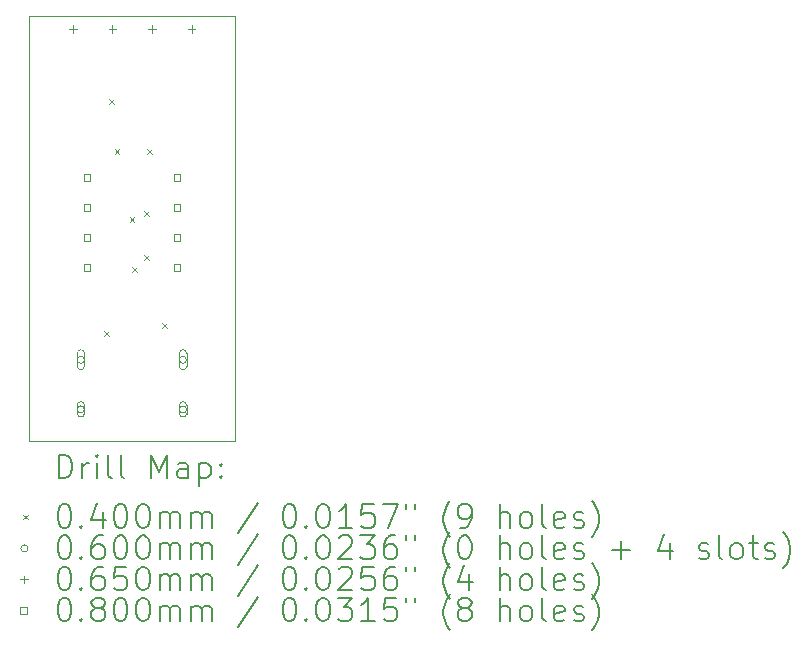
<source format=gbr>
%TF.GenerationSoftware,KiCad,Pcbnew,7.0.9*%
%TF.CreationDate,2024-01-13T12:42:45+01:00*%
%TF.ProjectId,attiny85_programmer,61747469-6e79-4383-955f-70726f677261,rev?*%
%TF.SameCoordinates,Original*%
%TF.FileFunction,Drillmap*%
%TF.FilePolarity,Positive*%
%FSLAX45Y45*%
G04 Gerber Fmt 4.5, Leading zero omitted, Abs format (unit mm)*
G04 Created by KiCad (PCBNEW 7.0.9) date 2024-01-13 12:42:45*
%MOMM*%
%LPD*%
G01*
G04 APERTURE LIST*
%ADD10C,0.100000*%
%ADD11C,0.200000*%
G04 APERTURE END LIST*
D10*
X12975000Y-6875000D02*
X14725000Y-6875000D01*
X14725000Y-10475000D01*
X12975000Y-10475000D01*
X12975000Y-6875000D01*
D11*
D10*
X13615266Y-9546054D02*
X13655266Y-9586054D01*
X13655266Y-9546054D02*
X13615266Y-9586054D01*
X13655000Y-7580000D02*
X13695000Y-7620000D01*
X13695000Y-7580000D02*
X13655000Y-7620000D01*
X13705000Y-8005000D02*
X13745000Y-8045000D01*
X13745000Y-8005000D02*
X13705000Y-8045000D01*
X13830000Y-8580000D02*
X13870000Y-8620000D01*
X13870000Y-8580000D02*
X13830000Y-8620000D01*
X13855000Y-9005000D02*
X13895000Y-9045000D01*
X13895000Y-9005000D02*
X13855000Y-9045000D01*
X13955000Y-8530000D02*
X13995000Y-8570000D01*
X13995000Y-8530000D02*
X13955000Y-8570000D01*
X13955000Y-8905000D02*
X13995000Y-8945000D01*
X13995000Y-8905000D02*
X13955000Y-8945000D01*
X13980000Y-8005000D02*
X14020000Y-8045000D01*
X14020000Y-8005000D02*
X13980000Y-8045000D01*
X14105000Y-9480000D02*
X14145000Y-9520000D01*
X14145000Y-9480000D02*
X14105000Y-9520000D01*
X13447500Y-9788500D02*
G75*
G03*
X13447500Y-9788500I-30000J0D01*
G01*
X13447500Y-9843500D02*
X13447500Y-9733500D01*
X13447500Y-9733500D02*
G75*
G03*
X13387500Y-9733500I-30000J0D01*
G01*
X13387500Y-9733500D02*
X13387500Y-9843500D01*
X13387500Y-9843500D02*
G75*
G03*
X13447500Y-9843500I30000J0D01*
G01*
X13447500Y-10208500D02*
G75*
G03*
X13447500Y-10208500I-30000J0D01*
G01*
X13447500Y-10243500D02*
X13447500Y-10173500D01*
X13447500Y-10173500D02*
G75*
G03*
X13387500Y-10173500I-30000J0D01*
G01*
X13387500Y-10173500D02*
X13387500Y-10243500D01*
X13387500Y-10243500D02*
G75*
G03*
X13447500Y-10243500I30000J0D01*
G01*
X14312500Y-9788500D02*
G75*
G03*
X14312500Y-9788500I-30000J0D01*
G01*
X14312500Y-9843500D02*
X14312500Y-9733500D01*
X14312500Y-9733500D02*
G75*
G03*
X14252500Y-9733500I-30000J0D01*
G01*
X14252500Y-9733500D02*
X14252500Y-9843500D01*
X14252500Y-9843500D02*
G75*
G03*
X14312500Y-9843500I30000J0D01*
G01*
X14312500Y-10208500D02*
G75*
G03*
X14312500Y-10208500I-30000J0D01*
G01*
X14312500Y-10243500D02*
X14312500Y-10173500D01*
X14312500Y-10173500D02*
G75*
G03*
X14252500Y-10173500I-30000J0D01*
G01*
X14252500Y-10173500D02*
X14252500Y-10243500D01*
X14252500Y-10243500D02*
G75*
G03*
X14312500Y-10243500I30000J0D01*
G01*
X13350734Y-6957744D02*
X13350734Y-7022744D01*
X13318234Y-6990244D02*
X13383234Y-6990244D01*
X13685734Y-6957744D02*
X13685734Y-7022744D01*
X13653234Y-6990244D02*
X13718234Y-6990244D01*
X14020734Y-6957744D02*
X14020734Y-7022744D01*
X13988234Y-6990244D02*
X14053234Y-6990244D01*
X14355734Y-6957744D02*
X14355734Y-7022744D01*
X14323234Y-6990244D02*
X14388234Y-6990244D01*
X13498284Y-8273284D02*
X13498284Y-8216715D01*
X13441715Y-8216715D01*
X13441715Y-8273284D01*
X13498284Y-8273284D01*
X13498284Y-8527285D02*
X13498284Y-8470716D01*
X13441715Y-8470716D01*
X13441715Y-8527285D01*
X13498284Y-8527285D01*
X13498284Y-8781285D02*
X13498284Y-8724716D01*
X13441715Y-8724716D01*
X13441715Y-8781285D01*
X13498284Y-8781285D01*
X13498284Y-9035285D02*
X13498284Y-8978716D01*
X13441715Y-8978716D01*
X13441715Y-9035285D01*
X13498284Y-9035285D01*
X14260284Y-8273284D02*
X14260284Y-8216715D01*
X14203715Y-8216715D01*
X14203715Y-8273284D01*
X14260284Y-8273284D01*
X14260284Y-8527285D02*
X14260284Y-8470716D01*
X14203715Y-8470716D01*
X14203715Y-8527285D01*
X14260284Y-8527285D01*
X14260284Y-8781285D02*
X14260284Y-8724716D01*
X14203715Y-8724716D01*
X14203715Y-8781285D01*
X14260284Y-8781285D01*
X14260284Y-9035285D02*
X14260284Y-8978716D01*
X14203715Y-8978716D01*
X14203715Y-9035285D01*
X14260284Y-9035285D01*
D11*
X13230777Y-10791484D02*
X13230777Y-10591484D01*
X13230777Y-10591484D02*
X13278396Y-10591484D01*
X13278396Y-10591484D02*
X13306967Y-10601008D01*
X13306967Y-10601008D02*
X13326015Y-10620055D01*
X13326015Y-10620055D02*
X13335539Y-10639103D01*
X13335539Y-10639103D02*
X13345062Y-10677198D01*
X13345062Y-10677198D02*
X13345062Y-10705770D01*
X13345062Y-10705770D02*
X13335539Y-10743865D01*
X13335539Y-10743865D02*
X13326015Y-10762912D01*
X13326015Y-10762912D02*
X13306967Y-10781960D01*
X13306967Y-10781960D02*
X13278396Y-10791484D01*
X13278396Y-10791484D02*
X13230777Y-10791484D01*
X13430777Y-10791484D02*
X13430777Y-10658150D01*
X13430777Y-10696246D02*
X13440301Y-10677198D01*
X13440301Y-10677198D02*
X13449824Y-10667674D01*
X13449824Y-10667674D02*
X13468872Y-10658150D01*
X13468872Y-10658150D02*
X13487920Y-10658150D01*
X13554586Y-10791484D02*
X13554586Y-10658150D01*
X13554586Y-10591484D02*
X13545062Y-10601008D01*
X13545062Y-10601008D02*
X13554586Y-10610531D01*
X13554586Y-10610531D02*
X13564110Y-10601008D01*
X13564110Y-10601008D02*
X13554586Y-10591484D01*
X13554586Y-10591484D02*
X13554586Y-10610531D01*
X13678396Y-10791484D02*
X13659348Y-10781960D01*
X13659348Y-10781960D02*
X13649824Y-10762912D01*
X13649824Y-10762912D02*
X13649824Y-10591484D01*
X13783158Y-10791484D02*
X13764110Y-10781960D01*
X13764110Y-10781960D02*
X13754586Y-10762912D01*
X13754586Y-10762912D02*
X13754586Y-10591484D01*
X14011729Y-10791484D02*
X14011729Y-10591484D01*
X14011729Y-10591484D02*
X14078396Y-10734341D01*
X14078396Y-10734341D02*
X14145062Y-10591484D01*
X14145062Y-10591484D02*
X14145062Y-10791484D01*
X14326015Y-10791484D02*
X14326015Y-10686722D01*
X14326015Y-10686722D02*
X14316491Y-10667674D01*
X14316491Y-10667674D02*
X14297443Y-10658150D01*
X14297443Y-10658150D02*
X14259348Y-10658150D01*
X14259348Y-10658150D02*
X14240301Y-10667674D01*
X14326015Y-10781960D02*
X14306967Y-10791484D01*
X14306967Y-10791484D02*
X14259348Y-10791484D01*
X14259348Y-10791484D02*
X14240301Y-10781960D01*
X14240301Y-10781960D02*
X14230777Y-10762912D01*
X14230777Y-10762912D02*
X14230777Y-10743865D01*
X14230777Y-10743865D02*
X14240301Y-10724817D01*
X14240301Y-10724817D02*
X14259348Y-10715293D01*
X14259348Y-10715293D02*
X14306967Y-10715293D01*
X14306967Y-10715293D02*
X14326015Y-10705770D01*
X14421253Y-10658150D02*
X14421253Y-10858150D01*
X14421253Y-10667674D02*
X14440301Y-10658150D01*
X14440301Y-10658150D02*
X14478396Y-10658150D01*
X14478396Y-10658150D02*
X14497443Y-10667674D01*
X14497443Y-10667674D02*
X14506967Y-10677198D01*
X14506967Y-10677198D02*
X14516491Y-10696246D01*
X14516491Y-10696246D02*
X14516491Y-10753389D01*
X14516491Y-10753389D02*
X14506967Y-10772436D01*
X14506967Y-10772436D02*
X14497443Y-10781960D01*
X14497443Y-10781960D02*
X14478396Y-10791484D01*
X14478396Y-10791484D02*
X14440301Y-10791484D01*
X14440301Y-10791484D02*
X14421253Y-10781960D01*
X14602205Y-10772436D02*
X14611729Y-10781960D01*
X14611729Y-10781960D02*
X14602205Y-10791484D01*
X14602205Y-10791484D02*
X14592682Y-10781960D01*
X14592682Y-10781960D02*
X14602205Y-10772436D01*
X14602205Y-10772436D02*
X14602205Y-10791484D01*
X14602205Y-10667674D02*
X14611729Y-10677198D01*
X14611729Y-10677198D02*
X14602205Y-10686722D01*
X14602205Y-10686722D02*
X14592682Y-10677198D01*
X14592682Y-10677198D02*
X14602205Y-10667674D01*
X14602205Y-10667674D02*
X14602205Y-10686722D01*
D10*
X12930000Y-11100000D02*
X12970000Y-11140000D01*
X12970000Y-11100000D02*
X12930000Y-11140000D01*
D11*
X13268872Y-11011484D02*
X13287920Y-11011484D01*
X13287920Y-11011484D02*
X13306967Y-11021008D01*
X13306967Y-11021008D02*
X13316491Y-11030531D01*
X13316491Y-11030531D02*
X13326015Y-11049579D01*
X13326015Y-11049579D02*
X13335539Y-11087674D01*
X13335539Y-11087674D02*
X13335539Y-11135293D01*
X13335539Y-11135293D02*
X13326015Y-11173389D01*
X13326015Y-11173389D02*
X13316491Y-11192436D01*
X13316491Y-11192436D02*
X13306967Y-11201960D01*
X13306967Y-11201960D02*
X13287920Y-11211484D01*
X13287920Y-11211484D02*
X13268872Y-11211484D01*
X13268872Y-11211484D02*
X13249824Y-11201960D01*
X13249824Y-11201960D02*
X13240301Y-11192436D01*
X13240301Y-11192436D02*
X13230777Y-11173389D01*
X13230777Y-11173389D02*
X13221253Y-11135293D01*
X13221253Y-11135293D02*
X13221253Y-11087674D01*
X13221253Y-11087674D02*
X13230777Y-11049579D01*
X13230777Y-11049579D02*
X13240301Y-11030531D01*
X13240301Y-11030531D02*
X13249824Y-11021008D01*
X13249824Y-11021008D02*
X13268872Y-11011484D01*
X13421253Y-11192436D02*
X13430777Y-11201960D01*
X13430777Y-11201960D02*
X13421253Y-11211484D01*
X13421253Y-11211484D02*
X13411729Y-11201960D01*
X13411729Y-11201960D02*
X13421253Y-11192436D01*
X13421253Y-11192436D02*
X13421253Y-11211484D01*
X13602205Y-11078150D02*
X13602205Y-11211484D01*
X13554586Y-11001960D02*
X13506967Y-11144817D01*
X13506967Y-11144817D02*
X13630777Y-11144817D01*
X13745062Y-11011484D02*
X13764110Y-11011484D01*
X13764110Y-11011484D02*
X13783158Y-11021008D01*
X13783158Y-11021008D02*
X13792682Y-11030531D01*
X13792682Y-11030531D02*
X13802205Y-11049579D01*
X13802205Y-11049579D02*
X13811729Y-11087674D01*
X13811729Y-11087674D02*
X13811729Y-11135293D01*
X13811729Y-11135293D02*
X13802205Y-11173389D01*
X13802205Y-11173389D02*
X13792682Y-11192436D01*
X13792682Y-11192436D02*
X13783158Y-11201960D01*
X13783158Y-11201960D02*
X13764110Y-11211484D01*
X13764110Y-11211484D02*
X13745062Y-11211484D01*
X13745062Y-11211484D02*
X13726015Y-11201960D01*
X13726015Y-11201960D02*
X13716491Y-11192436D01*
X13716491Y-11192436D02*
X13706967Y-11173389D01*
X13706967Y-11173389D02*
X13697443Y-11135293D01*
X13697443Y-11135293D02*
X13697443Y-11087674D01*
X13697443Y-11087674D02*
X13706967Y-11049579D01*
X13706967Y-11049579D02*
X13716491Y-11030531D01*
X13716491Y-11030531D02*
X13726015Y-11021008D01*
X13726015Y-11021008D02*
X13745062Y-11011484D01*
X13935539Y-11011484D02*
X13954586Y-11011484D01*
X13954586Y-11011484D02*
X13973634Y-11021008D01*
X13973634Y-11021008D02*
X13983158Y-11030531D01*
X13983158Y-11030531D02*
X13992682Y-11049579D01*
X13992682Y-11049579D02*
X14002205Y-11087674D01*
X14002205Y-11087674D02*
X14002205Y-11135293D01*
X14002205Y-11135293D02*
X13992682Y-11173389D01*
X13992682Y-11173389D02*
X13983158Y-11192436D01*
X13983158Y-11192436D02*
X13973634Y-11201960D01*
X13973634Y-11201960D02*
X13954586Y-11211484D01*
X13954586Y-11211484D02*
X13935539Y-11211484D01*
X13935539Y-11211484D02*
X13916491Y-11201960D01*
X13916491Y-11201960D02*
X13906967Y-11192436D01*
X13906967Y-11192436D02*
X13897443Y-11173389D01*
X13897443Y-11173389D02*
X13887920Y-11135293D01*
X13887920Y-11135293D02*
X13887920Y-11087674D01*
X13887920Y-11087674D02*
X13897443Y-11049579D01*
X13897443Y-11049579D02*
X13906967Y-11030531D01*
X13906967Y-11030531D02*
X13916491Y-11021008D01*
X13916491Y-11021008D02*
X13935539Y-11011484D01*
X14087920Y-11211484D02*
X14087920Y-11078150D01*
X14087920Y-11097198D02*
X14097443Y-11087674D01*
X14097443Y-11087674D02*
X14116491Y-11078150D01*
X14116491Y-11078150D02*
X14145063Y-11078150D01*
X14145063Y-11078150D02*
X14164110Y-11087674D01*
X14164110Y-11087674D02*
X14173634Y-11106722D01*
X14173634Y-11106722D02*
X14173634Y-11211484D01*
X14173634Y-11106722D02*
X14183158Y-11087674D01*
X14183158Y-11087674D02*
X14202205Y-11078150D01*
X14202205Y-11078150D02*
X14230777Y-11078150D01*
X14230777Y-11078150D02*
X14249824Y-11087674D01*
X14249824Y-11087674D02*
X14259348Y-11106722D01*
X14259348Y-11106722D02*
X14259348Y-11211484D01*
X14354586Y-11211484D02*
X14354586Y-11078150D01*
X14354586Y-11097198D02*
X14364110Y-11087674D01*
X14364110Y-11087674D02*
X14383158Y-11078150D01*
X14383158Y-11078150D02*
X14411729Y-11078150D01*
X14411729Y-11078150D02*
X14430777Y-11087674D01*
X14430777Y-11087674D02*
X14440301Y-11106722D01*
X14440301Y-11106722D02*
X14440301Y-11211484D01*
X14440301Y-11106722D02*
X14449824Y-11087674D01*
X14449824Y-11087674D02*
X14468872Y-11078150D01*
X14468872Y-11078150D02*
X14497443Y-11078150D01*
X14497443Y-11078150D02*
X14516491Y-11087674D01*
X14516491Y-11087674D02*
X14526015Y-11106722D01*
X14526015Y-11106722D02*
X14526015Y-11211484D01*
X14916491Y-11001960D02*
X14745063Y-11259103D01*
X15173634Y-11011484D02*
X15192682Y-11011484D01*
X15192682Y-11011484D02*
X15211729Y-11021008D01*
X15211729Y-11021008D02*
X15221253Y-11030531D01*
X15221253Y-11030531D02*
X15230777Y-11049579D01*
X15230777Y-11049579D02*
X15240301Y-11087674D01*
X15240301Y-11087674D02*
X15240301Y-11135293D01*
X15240301Y-11135293D02*
X15230777Y-11173389D01*
X15230777Y-11173389D02*
X15221253Y-11192436D01*
X15221253Y-11192436D02*
X15211729Y-11201960D01*
X15211729Y-11201960D02*
X15192682Y-11211484D01*
X15192682Y-11211484D02*
X15173634Y-11211484D01*
X15173634Y-11211484D02*
X15154586Y-11201960D01*
X15154586Y-11201960D02*
X15145063Y-11192436D01*
X15145063Y-11192436D02*
X15135539Y-11173389D01*
X15135539Y-11173389D02*
X15126015Y-11135293D01*
X15126015Y-11135293D02*
X15126015Y-11087674D01*
X15126015Y-11087674D02*
X15135539Y-11049579D01*
X15135539Y-11049579D02*
X15145063Y-11030531D01*
X15145063Y-11030531D02*
X15154586Y-11021008D01*
X15154586Y-11021008D02*
X15173634Y-11011484D01*
X15326015Y-11192436D02*
X15335539Y-11201960D01*
X15335539Y-11201960D02*
X15326015Y-11211484D01*
X15326015Y-11211484D02*
X15316491Y-11201960D01*
X15316491Y-11201960D02*
X15326015Y-11192436D01*
X15326015Y-11192436D02*
X15326015Y-11211484D01*
X15459348Y-11011484D02*
X15478396Y-11011484D01*
X15478396Y-11011484D02*
X15497444Y-11021008D01*
X15497444Y-11021008D02*
X15506967Y-11030531D01*
X15506967Y-11030531D02*
X15516491Y-11049579D01*
X15516491Y-11049579D02*
X15526015Y-11087674D01*
X15526015Y-11087674D02*
X15526015Y-11135293D01*
X15526015Y-11135293D02*
X15516491Y-11173389D01*
X15516491Y-11173389D02*
X15506967Y-11192436D01*
X15506967Y-11192436D02*
X15497444Y-11201960D01*
X15497444Y-11201960D02*
X15478396Y-11211484D01*
X15478396Y-11211484D02*
X15459348Y-11211484D01*
X15459348Y-11211484D02*
X15440301Y-11201960D01*
X15440301Y-11201960D02*
X15430777Y-11192436D01*
X15430777Y-11192436D02*
X15421253Y-11173389D01*
X15421253Y-11173389D02*
X15411729Y-11135293D01*
X15411729Y-11135293D02*
X15411729Y-11087674D01*
X15411729Y-11087674D02*
X15421253Y-11049579D01*
X15421253Y-11049579D02*
X15430777Y-11030531D01*
X15430777Y-11030531D02*
X15440301Y-11021008D01*
X15440301Y-11021008D02*
X15459348Y-11011484D01*
X15716491Y-11211484D02*
X15602206Y-11211484D01*
X15659348Y-11211484D02*
X15659348Y-11011484D01*
X15659348Y-11011484D02*
X15640301Y-11040055D01*
X15640301Y-11040055D02*
X15621253Y-11059103D01*
X15621253Y-11059103D02*
X15602206Y-11068627D01*
X15897444Y-11011484D02*
X15802206Y-11011484D01*
X15802206Y-11011484D02*
X15792682Y-11106722D01*
X15792682Y-11106722D02*
X15802206Y-11097198D01*
X15802206Y-11097198D02*
X15821253Y-11087674D01*
X15821253Y-11087674D02*
X15868872Y-11087674D01*
X15868872Y-11087674D02*
X15887920Y-11097198D01*
X15887920Y-11097198D02*
X15897444Y-11106722D01*
X15897444Y-11106722D02*
X15906967Y-11125770D01*
X15906967Y-11125770D02*
X15906967Y-11173389D01*
X15906967Y-11173389D02*
X15897444Y-11192436D01*
X15897444Y-11192436D02*
X15887920Y-11201960D01*
X15887920Y-11201960D02*
X15868872Y-11211484D01*
X15868872Y-11211484D02*
X15821253Y-11211484D01*
X15821253Y-11211484D02*
X15802206Y-11201960D01*
X15802206Y-11201960D02*
X15792682Y-11192436D01*
X15973634Y-11011484D02*
X16106967Y-11011484D01*
X16106967Y-11011484D02*
X16021253Y-11211484D01*
X16173634Y-11011484D02*
X16173634Y-11049579D01*
X16249825Y-11011484D02*
X16249825Y-11049579D01*
X16545063Y-11287674D02*
X16535539Y-11278150D01*
X16535539Y-11278150D02*
X16516491Y-11249579D01*
X16516491Y-11249579D02*
X16506968Y-11230531D01*
X16506968Y-11230531D02*
X16497444Y-11201960D01*
X16497444Y-11201960D02*
X16487920Y-11154341D01*
X16487920Y-11154341D02*
X16487920Y-11116246D01*
X16487920Y-11116246D02*
X16497444Y-11068627D01*
X16497444Y-11068627D02*
X16506968Y-11040055D01*
X16506968Y-11040055D02*
X16516491Y-11021008D01*
X16516491Y-11021008D02*
X16535539Y-10992436D01*
X16535539Y-10992436D02*
X16545063Y-10982912D01*
X16630777Y-11211484D02*
X16668872Y-11211484D01*
X16668872Y-11211484D02*
X16687920Y-11201960D01*
X16687920Y-11201960D02*
X16697444Y-11192436D01*
X16697444Y-11192436D02*
X16716491Y-11163865D01*
X16716491Y-11163865D02*
X16726015Y-11125770D01*
X16726015Y-11125770D02*
X16726015Y-11049579D01*
X16726015Y-11049579D02*
X16716491Y-11030531D01*
X16716491Y-11030531D02*
X16706968Y-11021008D01*
X16706968Y-11021008D02*
X16687920Y-11011484D01*
X16687920Y-11011484D02*
X16649825Y-11011484D01*
X16649825Y-11011484D02*
X16630777Y-11021008D01*
X16630777Y-11021008D02*
X16621253Y-11030531D01*
X16621253Y-11030531D02*
X16611729Y-11049579D01*
X16611729Y-11049579D02*
X16611729Y-11097198D01*
X16611729Y-11097198D02*
X16621253Y-11116246D01*
X16621253Y-11116246D02*
X16630777Y-11125770D01*
X16630777Y-11125770D02*
X16649825Y-11135293D01*
X16649825Y-11135293D02*
X16687920Y-11135293D01*
X16687920Y-11135293D02*
X16706968Y-11125770D01*
X16706968Y-11125770D02*
X16716491Y-11116246D01*
X16716491Y-11116246D02*
X16726015Y-11097198D01*
X16964111Y-11211484D02*
X16964111Y-11011484D01*
X17049825Y-11211484D02*
X17049825Y-11106722D01*
X17049825Y-11106722D02*
X17040301Y-11087674D01*
X17040301Y-11087674D02*
X17021253Y-11078150D01*
X17021253Y-11078150D02*
X16992682Y-11078150D01*
X16992682Y-11078150D02*
X16973634Y-11087674D01*
X16973634Y-11087674D02*
X16964111Y-11097198D01*
X17173634Y-11211484D02*
X17154587Y-11201960D01*
X17154587Y-11201960D02*
X17145063Y-11192436D01*
X17145063Y-11192436D02*
X17135539Y-11173389D01*
X17135539Y-11173389D02*
X17135539Y-11116246D01*
X17135539Y-11116246D02*
X17145063Y-11097198D01*
X17145063Y-11097198D02*
X17154587Y-11087674D01*
X17154587Y-11087674D02*
X17173634Y-11078150D01*
X17173634Y-11078150D02*
X17202206Y-11078150D01*
X17202206Y-11078150D02*
X17221253Y-11087674D01*
X17221253Y-11087674D02*
X17230777Y-11097198D01*
X17230777Y-11097198D02*
X17240301Y-11116246D01*
X17240301Y-11116246D02*
X17240301Y-11173389D01*
X17240301Y-11173389D02*
X17230777Y-11192436D01*
X17230777Y-11192436D02*
X17221253Y-11201960D01*
X17221253Y-11201960D02*
X17202206Y-11211484D01*
X17202206Y-11211484D02*
X17173634Y-11211484D01*
X17354587Y-11211484D02*
X17335539Y-11201960D01*
X17335539Y-11201960D02*
X17326015Y-11182912D01*
X17326015Y-11182912D02*
X17326015Y-11011484D01*
X17506968Y-11201960D02*
X17487920Y-11211484D01*
X17487920Y-11211484D02*
X17449825Y-11211484D01*
X17449825Y-11211484D02*
X17430777Y-11201960D01*
X17430777Y-11201960D02*
X17421253Y-11182912D01*
X17421253Y-11182912D02*
X17421253Y-11106722D01*
X17421253Y-11106722D02*
X17430777Y-11087674D01*
X17430777Y-11087674D02*
X17449825Y-11078150D01*
X17449825Y-11078150D02*
X17487920Y-11078150D01*
X17487920Y-11078150D02*
X17506968Y-11087674D01*
X17506968Y-11087674D02*
X17516492Y-11106722D01*
X17516492Y-11106722D02*
X17516492Y-11125770D01*
X17516492Y-11125770D02*
X17421253Y-11144817D01*
X17592682Y-11201960D02*
X17611730Y-11211484D01*
X17611730Y-11211484D02*
X17649825Y-11211484D01*
X17649825Y-11211484D02*
X17668873Y-11201960D01*
X17668873Y-11201960D02*
X17678396Y-11182912D01*
X17678396Y-11182912D02*
X17678396Y-11173389D01*
X17678396Y-11173389D02*
X17668873Y-11154341D01*
X17668873Y-11154341D02*
X17649825Y-11144817D01*
X17649825Y-11144817D02*
X17621253Y-11144817D01*
X17621253Y-11144817D02*
X17602206Y-11135293D01*
X17602206Y-11135293D02*
X17592682Y-11116246D01*
X17592682Y-11116246D02*
X17592682Y-11106722D01*
X17592682Y-11106722D02*
X17602206Y-11087674D01*
X17602206Y-11087674D02*
X17621253Y-11078150D01*
X17621253Y-11078150D02*
X17649825Y-11078150D01*
X17649825Y-11078150D02*
X17668873Y-11087674D01*
X17745063Y-11287674D02*
X17754587Y-11278150D01*
X17754587Y-11278150D02*
X17773634Y-11249579D01*
X17773634Y-11249579D02*
X17783158Y-11230531D01*
X17783158Y-11230531D02*
X17792682Y-11201960D01*
X17792682Y-11201960D02*
X17802206Y-11154341D01*
X17802206Y-11154341D02*
X17802206Y-11116246D01*
X17802206Y-11116246D02*
X17792682Y-11068627D01*
X17792682Y-11068627D02*
X17783158Y-11040055D01*
X17783158Y-11040055D02*
X17773634Y-11021008D01*
X17773634Y-11021008D02*
X17754587Y-10992436D01*
X17754587Y-10992436D02*
X17745063Y-10982912D01*
D10*
X12970000Y-11384000D02*
G75*
G03*
X12970000Y-11384000I-30000J0D01*
G01*
D11*
X13268872Y-11275484D02*
X13287920Y-11275484D01*
X13287920Y-11275484D02*
X13306967Y-11285008D01*
X13306967Y-11285008D02*
X13316491Y-11294531D01*
X13316491Y-11294531D02*
X13326015Y-11313579D01*
X13326015Y-11313579D02*
X13335539Y-11351674D01*
X13335539Y-11351674D02*
X13335539Y-11399293D01*
X13335539Y-11399293D02*
X13326015Y-11437388D01*
X13326015Y-11437388D02*
X13316491Y-11456436D01*
X13316491Y-11456436D02*
X13306967Y-11465960D01*
X13306967Y-11465960D02*
X13287920Y-11475484D01*
X13287920Y-11475484D02*
X13268872Y-11475484D01*
X13268872Y-11475484D02*
X13249824Y-11465960D01*
X13249824Y-11465960D02*
X13240301Y-11456436D01*
X13240301Y-11456436D02*
X13230777Y-11437388D01*
X13230777Y-11437388D02*
X13221253Y-11399293D01*
X13221253Y-11399293D02*
X13221253Y-11351674D01*
X13221253Y-11351674D02*
X13230777Y-11313579D01*
X13230777Y-11313579D02*
X13240301Y-11294531D01*
X13240301Y-11294531D02*
X13249824Y-11285008D01*
X13249824Y-11285008D02*
X13268872Y-11275484D01*
X13421253Y-11456436D02*
X13430777Y-11465960D01*
X13430777Y-11465960D02*
X13421253Y-11475484D01*
X13421253Y-11475484D02*
X13411729Y-11465960D01*
X13411729Y-11465960D02*
X13421253Y-11456436D01*
X13421253Y-11456436D02*
X13421253Y-11475484D01*
X13602205Y-11275484D02*
X13564110Y-11275484D01*
X13564110Y-11275484D02*
X13545062Y-11285008D01*
X13545062Y-11285008D02*
X13535539Y-11294531D01*
X13535539Y-11294531D02*
X13516491Y-11323103D01*
X13516491Y-11323103D02*
X13506967Y-11361198D01*
X13506967Y-11361198D02*
X13506967Y-11437388D01*
X13506967Y-11437388D02*
X13516491Y-11456436D01*
X13516491Y-11456436D02*
X13526015Y-11465960D01*
X13526015Y-11465960D02*
X13545062Y-11475484D01*
X13545062Y-11475484D02*
X13583158Y-11475484D01*
X13583158Y-11475484D02*
X13602205Y-11465960D01*
X13602205Y-11465960D02*
X13611729Y-11456436D01*
X13611729Y-11456436D02*
X13621253Y-11437388D01*
X13621253Y-11437388D02*
X13621253Y-11389769D01*
X13621253Y-11389769D02*
X13611729Y-11370722D01*
X13611729Y-11370722D02*
X13602205Y-11361198D01*
X13602205Y-11361198D02*
X13583158Y-11351674D01*
X13583158Y-11351674D02*
X13545062Y-11351674D01*
X13545062Y-11351674D02*
X13526015Y-11361198D01*
X13526015Y-11361198D02*
X13516491Y-11370722D01*
X13516491Y-11370722D02*
X13506967Y-11389769D01*
X13745062Y-11275484D02*
X13764110Y-11275484D01*
X13764110Y-11275484D02*
X13783158Y-11285008D01*
X13783158Y-11285008D02*
X13792682Y-11294531D01*
X13792682Y-11294531D02*
X13802205Y-11313579D01*
X13802205Y-11313579D02*
X13811729Y-11351674D01*
X13811729Y-11351674D02*
X13811729Y-11399293D01*
X13811729Y-11399293D02*
X13802205Y-11437388D01*
X13802205Y-11437388D02*
X13792682Y-11456436D01*
X13792682Y-11456436D02*
X13783158Y-11465960D01*
X13783158Y-11465960D02*
X13764110Y-11475484D01*
X13764110Y-11475484D02*
X13745062Y-11475484D01*
X13745062Y-11475484D02*
X13726015Y-11465960D01*
X13726015Y-11465960D02*
X13716491Y-11456436D01*
X13716491Y-11456436D02*
X13706967Y-11437388D01*
X13706967Y-11437388D02*
X13697443Y-11399293D01*
X13697443Y-11399293D02*
X13697443Y-11351674D01*
X13697443Y-11351674D02*
X13706967Y-11313579D01*
X13706967Y-11313579D02*
X13716491Y-11294531D01*
X13716491Y-11294531D02*
X13726015Y-11285008D01*
X13726015Y-11285008D02*
X13745062Y-11275484D01*
X13935539Y-11275484D02*
X13954586Y-11275484D01*
X13954586Y-11275484D02*
X13973634Y-11285008D01*
X13973634Y-11285008D02*
X13983158Y-11294531D01*
X13983158Y-11294531D02*
X13992682Y-11313579D01*
X13992682Y-11313579D02*
X14002205Y-11351674D01*
X14002205Y-11351674D02*
X14002205Y-11399293D01*
X14002205Y-11399293D02*
X13992682Y-11437388D01*
X13992682Y-11437388D02*
X13983158Y-11456436D01*
X13983158Y-11456436D02*
X13973634Y-11465960D01*
X13973634Y-11465960D02*
X13954586Y-11475484D01*
X13954586Y-11475484D02*
X13935539Y-11475484D01*
X13935539Y-11475484D02*
X13916491Y-11465960D01*
X13916491Y-11465960D02*
X13906967Y-11456436D01*
X13906967Y-11456436D02*
X13897443Y-11437388D01*
X13897443Y-11437388D02*
X13887920Y-11399293D01*
X13887920Y-11399293D02*
X13887920Y-11351674D01*
X13887920Y-11351674D02*
X13897443Y-11313579D01*
X13897443Y-11313579D02*
X13906967Y-11294531D01*
X13906967Y-11294531D02*
X13916491Y-11285008D01*
X13916491Y-11285008D02*
X13935539Y-11275484D01*
X14087920Y-11475484D02*
X14087920Y-11342150D01*
X14087920Y-11361198D02*
X14097443Y-11351674D01*
X14097443Y-11351674D02*
X14116491Y-11342150D01*
X14116491Y-11342150D02*
X14145063Y-11342150D01*
X14145063Y-11342150D02*
X14164110Y-11351674D01*
X14164110Y-11351674D02*
X14173634Y-11370722D01*
X14173634Y-11370722D02*
X14173634Y-11475484D01*
X14173634Y-11370722D02*
X14183158Y-11351674D01*
X14183158Y-11351674D02*
X14202205Y-11342150D01*
X14202205Y-11342150D02*
X14230777Y-11342150D01*
X14230777Y-11342150D02*
X14249824Y-11351674D01*
X14249824Y-11351674D02*
X14259348Y-11370722D01*
X14259348Y-11370722D02*
X14259348Y-11475484D01*
X14354586Y-11475484D02*
X14354586Y-11342150D01*
X14354586Y-11361198D02*
X14364110Y-11351674D01*
X14364110Y-11351674D02*
X14383158Y-11342150D01*
X14383158Y-11342150D02*
X14411729Y-11342150D01*
X14411729Y-11342150D02*
X14430777Y-11351674D01*
X14430777Y-11351674D02*
X14440301Y-11370722D01*
X14440301Y-11370722D02*
X14440301Y-11475484D01*
X14440301Y-11370722D02*
X14449824Y-11351674D01*
X14449824Y-11351674D02*
X14468872Y-11342150D01*
X14468872Y-11342150D02*
X14497443Y-11342150D01*
X14497443Y-11342150D02*
X14516491Y-11351674D01*
X14516491Y-11351674D02*
X14526015Y-11370722D01*
X14526015Y-11370722D02*
X14526015Y-11475484D01*
X14916491Y-11265960D02*
X14745063Y-11523103D01*
X15173634Y-11275484D02*
X15192682Y-11275484D01*
X15192682Y-11275484D02*
X15211729Y-11285008D01*
X15211729Y-11285008D02*
X15221253Y-11294531D01*
X15221253Y-11294531D02*
X15230777Y-11313579D01*
X15230777Y-11313579D02*
X15240301Y-11351674D01*
X15240301Y-11351674D02*
X15240301Y-11399293D01*
X15240301Y-11399293D02*
X15230777Y-11437388D01*
X15230777Y-11437388D02*
X15221253Y-11456436D01*
X15221253Y-11456436D02*
X15211729Y-11465960D01*
X15211729Y-11465960D02*
X15192682Y-11475484D01*
X15192682Y-11475484D02*
X15173634Y-11475484D01*
X15173634Y-11475484D02*
X15154586Y-11465960D01*
X15154586Y-11465960D02*
X15145063Y-11456436D01*
X15145063Y-11456436D02*
X15135539Y-11437388D01*
X15135539Y-11437388D02*
X15126015Y-11399293D01*
X15126015Y-11399293D02*
X15126015Y-11351674D01*
X15126015Y-11351674D02*
X15135539Y-11313579D01*
X15135539Y-11313579D02*
X15145063Y-11294531D01*
X15145063Y-11294531D02*
X15154586Y-11285008D01*
X15154586Y-11285008D02*
X15173634Y-11275484D01*
X15326015Y-11456436D02*
X15335539Y-11465960D01*
X15335539Y-11465960D02*
X15326015Y-11475484D01*
X15326015Y-11475484D02*
X15316491Y-11465960D01*
X15316491Y-11465960D02*
X15326015Y-11456436D01*
X15326015Y-11456436D02*
X15326015Y-11475484D01*
X15459348Y-11275484D02*
X15478396Y-11275484D01*
X15478396Y-11275484D02*
X15497444Y-11285008D01*
X15497444Y-11285008D02*
X15506967Y-11294531D01*
X15506967Y-11294531D02*
X15516491Y-11313579D01*
X15516491Y-11313579D02*
X15526015Y-11351674D01*
X15526015Y-11351674D02*
X15526015Y-11399293D01*
X15526015Y-11399293D02*
X15516491Y-11437388D01*
X15516491Y-11437388D02*
X15506967Y-11456436D01*
X15506967Y-11456436D02*
X15497444Y-11465960D01*
X15497444Y-11465960D02*
X15478396Y-11475484D01*
X15478396Y-11475484D02*
X15459348Y-11475484D01*
X15459348Y-11475484D02*
X15440301Y-11465960D01*
X15440301Y-11465960D02*
X15430777Y-11456436D01*
X15430777Y-11456436D02*
X15421253Y-11437388D01*
X15421253Y-11437388D02*
X15411729Y-11399293D01*
X15411729Y-11399293D02*
X15411729Y-11351674D01*
X15411729Y-11351674D02*
X15421253Y-11313579D01*
X15421253Y-11313579D02*
X15430777Y-11294531D01*
X15430777Y-11294531D02*
X15440301Y-11285008D01*
X15440301Y-11285008D02*
X15459348Y-11275484D01*
X15602206Y-11294531D02*
X15611729Y-11285008D01*
X15611729Y-11285008D02*
X15630777Y-11275484D01*
X15630777Y-11275484D02*
X15678396Y-11275484D01*
X15678396Y-11275484D02*
X15697444Y-11285008D01*
X15697444Y-11285008D02*
X15706967Y-11294531D01*
X15706967Y-11294531D02*
X15716491Y-11313579D01*
X15716491Y-11313579D02*
X15716491Y-11332627D01*
X15716491Y-11332627D02*
X15706967Y-11361198D01*
X15706967Y-11361198D02*
X15592682Y-11475484D01*
X15592682Y-11475484D02*
X15716491Y-11475484D01*
X15783158Y-11275484D02*
X15906967Y-11275484D01*
X15906967Y-11275484D02*
X15840301Y-11351674D01*
X15840301Y-11351674D02*
X15868872Y-11351674D01*
X15868872Y-11351674D02*
X15887920Y-11361198D01*
X15887920Y-11361198D02*
X15897444Y-11370722D01*
X15897444Y-11370722D02*
X15906967Y-11389769D01*
X15906967Y-11389769D02*
X15906967Y-11437388D01*
X15906967Y-11437388D02*
X15897444Y-11456436D01*
X15897444Y-11456436D02*
X15887920Y-11465960D01*
X15887920Y-11465960D02*
X15868872Y-11475484D01*
X15868872Y-11475484D02*
X15811729Y-11475484D01*
X15811729Y-11475484D02*
X15792682Y-11465960D01*
X15792682Y-11465960D02*
X15783158Y-11456436D01*
X16078396Y-11275484D02*
X16040301Y-11275484D01*
X16040301Y-11275484D02*
X16021253Y-11285008D01*
X16021253Y-11285008D02*
X16011729Y-11294531D01*
X16011729Y-11294531D02*
X15992682Y-11323103D01*
X15992682Y-11323103D02*
X15983158Y-11361198D01*
X15983158Y-11361198D02*
X15983158Y-11437388D01*
X15983158Y-11437388D02*
X15992682Y-11456436D01*
X15992682Y-11456436D02*
X16002206Y-11465960D01*
X16002206Y-11465960D02*
X16021253Y-11475484D01*
X16021253Y-11475484D02*
X16059348Y-11475484D01*
X16059348Y-11475484D02*
X16078396Y-11465960D01*
X16078396Y-11465960D02*
X16087920Y-11456436D01*
X16087920Y-11456436D02*
X16097444Y-11437388D01*
X16097444Y-11437388D02*
X16097444Y-11389769D01*
X16097444Y-11389769D02*
X16087920Y-11370722D01*
X16087920Y-11370722D02*
X16078396Y-11361198D01*
X16078396Y-11361198D02*
X16059348Y-11351674D01*
X16059348Y-11351674D02*
X16021253Y-11351674D01*
X16021253Y-11351674D02*
X16002206Y-11361198D01*
X16002206Y-11361198D02*
X15992682Y-11370722D01*
X15992682Y-11370722D02*
X15983158Y-11389769D01*
X16173634Y-11275484D02*
X16173634Y-11313579D01*
X16249825Y-11275484D02*
X16249825Y-11313579D01*
X16545063Y-11551674D02*
X16535539Y-11542150D01*
X16535539Y-11542150D02*
X16516491Y-11513579D01*
X16516491Y-11513579D02*
X16506968Y-11494531D01*
X16506968Y-11494531D02*
X16497444Y-11465960D01*
X16497444Y-11465960D02*
X16487920Y-11418341D01*
X16487920Y-11418341D02*
X16487920Y-11380246D01*
X16487920Y-11380246D02*
X16497444Y-11332627D01*
X16497444Y-11332627D02*
X16506968Y-11304055D01*
X16506968Y-11304055D02*
X16516491Y-11285008D01*
X16516491Y-11285008D02*
X16535539Y-11256436D01*
X16535539Y-11256436D02*
X16545063Y-11246912D01*
X16659348Y-11275484D02*
X16678396Y-11275484D01*
X16678396Y-11275484D02*
X16697444Y-11285008D01*
X16697444Y-11285008D02*
X16706968Y-11294531D01*
X16706968Y-11294531D02*
X16716491Y-11313579D01*
X16716491Y-11313579D02*
X16726015Y-11351674D01*
X16726015Y-11351674D02*
X16726015Y-11399293D01*
X16726015Y-11399293D02*
X16716491Y-11437388D01*
X16716491Y-11437388D02*
X16706968Y-11456436D01*
X16706968Y-11456436D02*
X16697444Y-11465960D01*
X16697444Y-11465960D02*
X16678396Y-11475484D01*
X16678396Y-11475484D02*
X16659348Y-11475484D01*
X16659348Y-11475484D02*
X16640301Y-11465960D01*
X16640301Y-11465960D02*
X16630777Y-11456436D01*
X16630777Y-11456436D02*
X16621253Y-11437388D01*
X16621253Y-11437388D02*
X16611729Y-11399293D01*
X16611729Y-11399293D02*
X16611729Y-11351674D01*
X16611729Y-11351674D02*
X16621253Y-11313579D01*
X16621253Y-11313579D02*
X16630777Y-11294531D01*
X16630777Y-11294531D02*
X16640301Y-11285008D01*
X16640301Y-11285008D02*
X16659348Y-11275484D01*
X16964111Y-11475484D02*
X16964111Y-11275484D01*
X17049825Y-11475484D02*
X17049825Y-11370722D01*
X17049825Y-11370722D02*
X17040301Y-11351674D01*
X17040301Y-11351674D02*
X17021253Y-11342150D01*
X17021253Y-11342150D02*
X16992682Y-11342150D01*
X16992682Y-11342150D02*
X16973634Y-11351674D01*
X16973634Y-11351674D02*
X16964111Y-11361198D01*
X17173634Y-11475484D02*
X17154587Y-11465960D01*
X17154587Y-11465960D02*
X17145063Y-11456436D01*
X17145063Y-11456436D02*
X17135539Y-11437388D01*
X17135539Y-11437388D02*
X17135539Y-11380246D01*
X17135539Y-11380246D02*
X17145063Y-11361198D01*
X17145063Y-11361198D02*
X17154587Y-11351674D01*
X17154587Y-11351674D02*
X17173634Y-11342150D01*
X17173634Y-11342150D02*
X17202206Y-11342150D01*
X17202206Y-11342150D02*
X17221253Y-11351674D01*
X17221253Y-11351674D02*
X17230777Y-11361198D01*
X17230777Y-11361198D02*
X17240301Y-11380246D01*
X17240301Y-11380246D02*
X17240301Y-11437388D01*
X17240301Y-11437388D02*
X17230777Y-11456436D01*
X17230777Y-11456436D02*
X17221253Y-11465960D01*
X17221253Y-11465960D02*
X17202206Y-11475484D01*
X17202206Y-11475484D02*
X17173634Y-11475484D01*
X17354587Y-11475484D02*
X17335539Y-11465960D01*
X17335539Y-11465960D02*
X17326015Y-11446912D01*
X17326015Y-11446912D02*
X17326015Y-11275484D01*
X17506968Y-11465960D02*
X17487920Y-11475484D01*
X17487920Y-11475484D02*
X17449825Y-11475484D01*
X17449825Y-11475484D02*
X17430777Y-11465960D01*
X17430777Y-11465960D02*
X17421253Y-11446912D01*
X17421253Y-11446912D02*
X17421253Y-11370722D01*
X17421253Y-11370722D02*
X17430777Y-11351674D01*
X17430777Y-11351674D02*
X17449825Y-11342150D01*
X17449825Y-11342150D02*
X17487920Y-11342150D01*
X17487920Y-11342150D02*
X17506968Y-11351674D01*
X17506968Y-11351674D02*
X17516492Y-11370722D01*
X17516492Y-11370722D02*
X17516492Y-11389769D01*
X17516492Y-11389769D02*
X17421253Y-11408817D01*
X17592682Y-11465960D02*
X17611730Y-11475484D01*
X17611730Y-11475484D02*
X17649825Y-11475484D01*
X17649825Y-11475484D02*
X17668873Y-11465960D01*
X17668873Y-11465960D02*
X17678396Y-11446912D01*
X17678396Y-11446912D02*
X17678396Y-11437388D01*
X17678396Y-11437388D02*
X17668873Y-11418341D01*
X17668873Y-11418341D02*
X17649825Y-11408817D01*
X17649825Y-11408817D02*
X17621253Y-11408817D01*
X17621253Y-11408817D02*
X17602206Y-11399293D01*
X17602206Y-11399293D02*
X17592682Y-11380246D01*
X17592682Y-11380246D02*
X17592682Y-11370722D01*
X17592682Y-11370722D02*
X17602206Y-11351674D01*
X17602206Y-11351674D02*
X17621253Y-11342150D01*
X17621253Y-11342150D02*
X17649825Y-11342150D01*
X17649825Y-11342150D02*
X17668873Y-11351674D01*
X17916492Y-11399293D02*
X18068873Y-11399293D01*
X17992682Y-11475484D02*
X17992682Y-11323103D01*
X18402206Y-11342150D02*
X18402206Y-11475484D01*
X18354587Y-11265960D02*
X18306968Y-11408817D01*
X18306968Y-11408817D02*
X18430777Y-11408817D01*
X18649825Y-11465960D02*
X18668873Y-11475484D01*
X18668873Y-11475484D02*
X18706968Y-11475484D01*
X18706968Y-11475484D02*
X18726016Y-11465960D01*
X18726016Y-11465960D02*
X18735539Y-11446912D01*
X18735539Y-11446912D02*
X18735539Y-11437388D01*
X18735539Y-11437388D02*
X18726016Y-11418341D01*
X18726016Y-11418341D02*
X18706968Y-11408817D01*
X18706968Y-11408817D02*
X18678396Y-11408817D01*
X18678396Y-11408817D02*
X18659349Y-11399293D01*
X18659349Y-11399293D02*
X18649825Y-11380246D01*
X18649825Y-11380246D02*
X18649825Y-11370722D01*
X18649825Y-11370722D02*
X18659349Y-11351674D01*
X18659349Y-11351674D02*
X18678396Y-11342150D01*
X18678396Y-11342150D02*
X18706968Y-11342150D01*
X18706968Y-11342150D02*
X18726016Y-11351674D01*
X18849825Y-11475484D02*
X18830777Y-11465960D01*
X18830777Y-11465960D02*
X18821254Y-11446912D01*
X18821254Y-11446912D02*
X18821254Y-11275484D01*
X18954587Y-11475484D02*
X18935539Y-11465960D01*
X18935539Y-11465960D02*
X18926016Y-11456436D01*
X18926016Y-11456436D02*
X18916492Y-11437388D01*
X18916492Y-11437388D02*
X18916492Y-11380246D01*
X18916492Y-11380246D02*
X18926016Y-11361198D01*
X18926016Y-11361198D02*
X18935539Y-11351674D01*
X18935539Y-11351674D02*
X18954587Y-11342150D01*
X18954587Y-11342150D02*
X18983158Y-11342150D01*
X18983158Y-11342150D02*
X19002206Y-11351674D01*
X19002206Y-11351674D02*
X19011730Y-11361198D01*
X19011730Y-11361198D02*
X19021254Y-11380246D01*
X19021254Y-11380246D02*
X19021254Y-11437388D01*
X19021254Y-11437388D02*
X19011730Y-11456436D01*
X19011730Y-11456436D02*
X19002206Y-11465960D01*
X19002206Y-11465960D02*
X18983158Y-11475484D01*
X18983158Y-11475484D02*
X18954587Y-11475484D01*
X19078397Y-11342150D02*
X19154587Y-11342150D01*
X19106968Y-11275484D02*
X19106968Y-11446912D01*
X19106968Y-11446912D02*
X19116492Y-11465960D01*
X19116492Y-11465960D02*
X19135539Y-11475484D01*
X19135539Y-11475484D02*
X19154587Y-11475484D01*
X19211730Y-11465960D02*
X19230777Y-11475484D01*
X19230777Y-11475484D02*
X19268873Y-11475484D01*
X19268873Y-11475484D02*
X19287920Y-11465960D01*
X19287920Y-11465960D02*
X19297444Y-11446912D01*
X19297444Y-11446912D02*
X19297444Y-11437388D01*
X19297444Y-11437388D02*
X19287920Y-11418341D01*
X19287920Y-11418341D02*
X19268873Y-11408817D01*
X19268873Y-11408817D02*
X19240301Y-11408817D01*
X19240301Y-11408817D02*
X19221254Y-11399293D01*
X19221254Y-11399293D02*
X19211730Y-11380246D01*
X19211730Y-11380246D02*
X19211730Y-11370722D01*
X19211730Y-11370722D02*
X19221254Y-11351674D01*
X19221254Y-11351674D02*
X19240301Y-11342150D01*
X19240301Y-11342150D02*
X19268873Y-11342150D01*
X19268873Y-11342150D02*
X19287920Y-11351674D01*
X19364111Y-11551674D02*
X19373635Y-11542150D01*
X19373635Y-11542150D02*
X19392682Y-11513579D01*
X19392682Y-11513579D02*
X19402206Y-11494531D01*
X19402206Y-11494531D02*
X19411730Y-11465960D01*
X19411730Y-11465960D02*
X19421254Y-11418341D01*
X19421254Y-11418341D02*
X19421254Y-11380246D01*
X19421254Y-11380246D02*
X19411730Y-11332627D01*
X19411730Y-11332627D02*
X19402206Y-11304055D01*
X19402206Y-11304055D02*
X19392682Y-11285008D01*
X19392682Y-11285008D02*
X19373635Y-11256436D01*
X19373635Y-11256436D02*
X19364111Y-11246912D01*
D10*
X12937500Y-11615500D02*
X12937500Y-11680500D01*
X12905000Y-11648000D02*
X12970000Y-11648000D01*
D11*
X13268872Y-11539484D02*
X13287920Y-11539484D01*
X13287920Y-11539484D02*
X13306967Y-11549008D01*
X13306967Y-11549008D02*
X13316491Y-11558531D01*
X13316491Y-11558531D02*
X13326015Y-11577579D01*
X13326015Y-11577579D02*
X13335539Y-11615674D01*
X13335539Y-11615674D02*
X13335539Y-11663293D01*
X13335539Y-11663293D02*
X13326015Y-11701388D01*
X13326015Y-11701388D02*
X13316491Y-11720436D01*
X13316491Y-11720436D02*
X13306967Y-11729960D01*
X13306967Y-11729960D02*
X13287920Y-11739484D01*
X13287920Y-11739484D02*
X13268872Y-11739484D01*
X13268872Y-11739484D02*
X13249824Y-11729960D01*
X13249824Y-11729960D02*
X13240301Y-11720436D01*
X13240301Y-11720436D02*
X13230777Y-11701388D01*
X13230777Y-11701388D02*
X13221253Y-11663293D01*
X13221253Y-11663293D02*
X13221253Y-11615674D01*
X13221253Y-11615674D02*
X13230777Y-11577579D01*
X13230777Y-11577579D02*
X13240301Y-11558531D01*
X13240301Y-11558531D02*
X13249824Y-11549008D01*
X13249824Y-11549008D02*
X13268872Y-11539484D01*
X13421253Y-11720436D02*
X13430777Y-11729960D01*
X13430777Y-11729960D02*
X13421253Y-11739484D01*
X13421253Y-11739484D02*
X13411729Y-11729960D01*
X13411729Y-11729960D02*
X13421253Y-11720436D01*
X13421253Y-11720436D02*
X13421253Y-11739484D01*
X13602205Y-11539484D02*
X13564110Y-11539484D01*
X13564110Y-11539484D02*
X13545062Y-11549008D01*
X13545062Y-11549008D02*
X13535539Y-11558531D01*
X13535539Y-11558531D02*
X13516491Y-11587103D01*
X13516491Y-11587103D02*
X13506967Y-11625198D01*
X13506967Y-11625198D02*
X13506967Y-11701388D01*
X13506967Y-11701388D02*
X13516491Y-11720436D01*
X13516491Y-11720436D02*
X13526015Y-11729960D01*
X13526015Y-11729960D02*
X13545062Y-11739484D01*
X13545062Y-11739484D02*
X13583158Y-11739484D01*
X13583158Y-11739484D02*
X13602205Y-11729960D01*
X13602205Y-11729960D02*
X13611729Y-11720436D01*
X13611729Y-11720436D02*
X13621253Y-11701388D01*
X13621253Y-11701388D02*
X13621253Y-11653769D01*
X13621253Y-11653769D02*
X13611729Y-11634722D01*
X13611729Y-11634722D02*
X13602205Y-11625198D01*
X13602205Y-11625198D02*
X13583158Y-11615674D01*
X13583158Y-11615674D02*
X13545062Y-11615674D01*
X13545062Y-11615674D02*
X13526015Y-11625198D01*
X13526015Y-11625198D02*
X13516491Y-11634722D01*
X13516491Y-11634722D02*
X13506967Y-11653769D01*
X13802205Y-11539484D02*
X13706967Y-11539484D01*
X13706967Y-11539484D02*
X13697443Y-11634722D01*
X13697443Y-11634722D02*
X13706967Y-11625198D01*
X13706967Y-11625198D02*
X13726015Y-11615674D01*
X13726015Y-11615674D02*
X13773634Y-11615674D01*
X13773634Y-11615674D02*
X13792682Y-11625198D01*
X13792682Y-11625198D02*
X13802205Y-11634722D01*
X13802205Y-11634722D02*
X13811729Y-11653769D01*
X13811729Y-11653769D02*
X13811729Y-11701388D01*
X13811729Y-11701388D02*
X13802205Y-11720436D01*
X13802205Y-11720436D02*
X13792682Y-11729960D01*
X13792682Y-11729960D02*
X13773634Y-11739484D01*
X13773634Y-11739484D02*
X13726015Y-11739484D01*
X13726015Y-11739484D02*
X13706967Y-11729960D01*
X13706967Y-11729960D02*
X13697443Y-11720436D01*
X13935539Y-11539484D02*
X13954586Y-11539484D01*
X13954586Y-11539484D02*
X13973634Y-11549008D01*
X13973634Y-11549008D02*
X13983158Y-11558531D01*
X13983158Y-11558531D02*
X13992682Y-11577579D01*
X13992682Y-11577579D02*
X14002205Y-11615674D01*
X14002205Y-11615674D02*
X14002205Y-11663293D01*
X14002205Y-11663293D02*
X13992682Y-11701388D01*
X13992682Y-11701388D02*
X13983158Y-11720436D01*
X13983158Y-11720436D02*
X13973634Y-11729960D01*
X13973634Y-11729960D02*
X13954586Y-11739484D01*
X13954586Y-11739484D02*
X13935539Y-11739484D01*
X13935539Y-11739484D02*
X13916491Y-11729960D01*
X13916491Y-11729960D02*
X13906967Y-11720436D01*
X13906967Y-11720436D02*
X13897443Y-11701388D01*
X13897443Y-11701388D02*
X13887920Y-11663293D01*
X13887920Y-11663293D02*
X13887920Y-11615674D01*
X13887920Y-11615674D02*
X13897443Y-11577579D01*
X13897443Y-11577579D02*
X13906967Y-11558531D01*
X13906967Y-11558531D02*
X13916491Y-11549008D01*
X13916491Y-11549008D02*
X13935539Y-11539484D01*
X14087920Y-11739484D02*
X14087920Y-11606150D01*
X14087920Y-11625198D02*
X14097443Y-11615674D01*
X14097443Y-11615674D02*
X14116491Y-11606150D01*
X14116491Y-11606150D02*
X14145063Y-11606150D01*
X14145063Y-11606150D02*
X14164110Y-11615674D01*
X14164110Y-11615674D02*
X14173634Y-11634722D01*
X14173634Y-11634722D02*
X14173634Y-11739484D01*
X14173634Y-11634722D02*
X14183158Y-11615674D01*
X14183158Y-11615674D02*
X14202205Y-11606150D01*
X14202205Y-11606150D02*
X14230777Y-11606150D01*
X14230777Y-11606150D02*
X14249824Y-11615674D01*
X14249824Y-11615674D02*
X14259348Y-11634722D01*
X14259348Y-11634722D02*
X14259348Y-11739484D01*
X14354586Y-11739484D02*
X14354586Y-11606150D01*
X14354586Y-11625198D02*
X14364110Y-11615674D01*
X14364110Y-11615674D02*
X14383158Y-11606150D01*
X14383158Y-11606150D02*
X14411729Y-11606150D01*
X14411729Y-11606150D02*
X14430777Y-11615674D01*
X14430777Y-11615674D02*
X14440301Y-11634722D01*
X14440301Y-11634722D02*
X14440301Y-11739484D01*
X14440301Y-11634722D02*
X14449824Y-11615674D01*
X14449824Y-11615674D02*
X14468872Y-11606150D01*
X14468872Y-11606150D02*
X14497443Y-11606150D01*
X14497443Y-11606150D02*
X14516491Y-11615674D01*
X14516491Y-11615674D02*
X14526015Y-11634722D01*
X14526015Y-11634722D02*
X14526015Y-11739484D01*
X14916491Y-11529960D02*
X14745063Y-11787103D01*
X15173634Y-11539484D02*
X15192682Y-11539484D01*
X15192682Y-11539484D02*
X15211729Y-11549008D01*
X15211729Y-11549008D02*
X15221253Y-11558531D01*
X15221253Y-11558531D02*
X15230777Y-11577579D01*
X15230777Y-11577579D02*
X15240301Y-11615674D01*
X15240301Y-11615674D02*
X15240301Y-11663293D01*
X15240301Y-11663293D02*
X15230777Y-11701388D01*
X15230777Y-11701388D02*
X15221253Y-11720436D01*
X15221253Y-11720436D02*
X15211729Y-11729960D01*
X15211729Y-11729960D02*
X15192682Y-11739484D01*
X15192682Y-11739484D02*
X15173634Y-11739484D01*
X15173634Y-11739484D02*
X15154586Y-11729960D01*
X15154586Y-11729960D02*
X15145063Y-11720436D01*
X15145063Y-11720436D02*
X15135539Y-11701388D01*
X15135539Y-11701388D02*
X15126015Y-11663293D01*
X15126015Y-11663293D02*
X15126015Y-11615674D01*
X15126015Y-11615674D02*
X15135539Y-11577579D01*
X15135539Y-11577579D02*
X15145063Y-11558531D01*
X15145063Y-11558531D02*
X15154586Y-11549008D01*
X15154586Y-11549008D02*
X15173634Y-11539484D01*
X15326015Y-11720436D02*
X15335539Y-11729960D01*
X15335539Y-11729960D02*
X15326015Y-11739484D01*
X15326015Y-11739484D02*
X15316491Y-11729960D01*
X15316491Y-11729960D02*
X15326015Y-11720436D01*
X15326015Y-11720436D02*
X15326015Y-11739484D01*
X15459348Y-11539484D02*
X15478396Y-11539484D01*
X15478396Y-11539484D02*
X15497444Y-11549008D01*
X15497444Y-11549008D02*
X15506967Y-11558531D01*
X15506967Y-11558531D02*
X15516491Y-11577579D01*
X15516491Y-11577579D02*
X15526015Y-11615674D01*
X15526015Y-11615674D02*
X15526015Y-11663293D01*
X15526015Y-11663293D02*
X15516491Y-11701388D01*
X15516491Y-11701388D02*
X15506967Y-11720436D01*
X15506967Y-11720436D02*
X15497444Y-11729960D01*
X15497444Y-11729960D02*
X15478396Y-11739484D01*
X15478396Y-11739484D02*
X15459348Y-11739484D01*
X15459348Y-11739484D02*
X15440301Y-11729960D01*
X15440301Y-11729960D02*
X15430777Y-11720436D01*
X15430777Y-11720436D02*
X15421253Y-11701388D01*
X15421253Y-11701388D02*
X15411729Y-11663293D01*
X15411729Y-11663293D02*
X15411729Y-11615674D01*
X15411729Y-11615674D02*
X15421253Y-11577579D01*
X15421253Y-11577579D02*
X15430777Y-11558531D01*
X15430777Y-11558531D02*
X15440301Y-11549008D01*
X15440301Y-11549008D02*
X15459348Y-11539484D01*
X15602206Y-11558531D02*
X15611729Y-11549008D01*
X15611729Y-11549008D02*
X15630777Y-11539484D01*
X15630777Y-11539484D02*
X15678396Y-11539484D01*
X15678396Y-11539484D02*
X15697444Y-11549008D01*
X15697444Y-11549008D02*
X15706967Y-11558531D01*
X15706967Y-11558531D02*
X15716491Y-11577579D01*
X15716491Y-11577579D02*
X15716491Y-11596627D01*
X15716491Y-11596627D02*
X15706967Y-11625198D01*
X15706967Y-11625198D02*
X15592682Y-11739484D01*
X15592682Y-11739484D02*
X15716491Y-11739484D01*
X15897444Y-11539484D02*
X15802206Y-11539484D01*
X15802206Y-11539484D02*
X15792682Y-11634722D01*
X15792682Y-11634722D02*
X15802206Y-11625198D01*
X15802206Y-11625198D02*
X15821253Y-11615674D01*
X15821253Y-11615674D02*
X15868872Y-11615674D01*
X15868872Y-11615674D02*
X15887920Y-11625198D01*
X15887920Y-11625198D02*
X15897444Y-11634722D01*
X15897444Y-11634722D02*
X15906967Y-11653769D01*
X15906967Y-11653769D02*
X15906967Y-11701388D01*
X15906967Y-11701388D02*
X15897444Y-11720436D01*
X15897444Y-11720436D02*
X15887920Y-11729960D01*
X15887920Y-11729960D02*
X15868872Y-11739484D01*
X15868872Y-11739484D02*
X15821253Y-11739484D01*
X15821253Y-11739484D02*
X15802206Y-11729960D01*
X15802206Y-11729960D02*
X15792682Y-11720436D01*
X16078396Y-11539484D02*
X16040301Y-11539484D01*
X16040301Y-11539484D02*
X16021253Y-11549008D01*
X16021253Y-11549008D02*
X16011729Y-11558531D01*
X16011729Y-11558531D02*
X15992682Y-11587103D01*
X15992682Y-11587103D02*
X15983158Y-11625198D01*
X15983158Y-11625198D02*
X15983158Y-11701388D01*
X15983158Y-11701388D02*
X15992682Y-11720436D01*
X15992682Y-11720436D02*
X16002206Y-11729960D01*
X16002206Y-11729960D02*
X16021253Y-11739484D01*
X16021253Y-11739484D02*
X16059348Y-11739484D01*
X16059348Y-11739484D02*
X16078396Y-11729960D01*
X16078396Y-11729960D02*
X16087920Y-11720436D01*
X16087920Y-11720436D02*
X16097444Y-11701388D01*
X16097444Y-11701388D02*
X16097444Y-11653769D01*
X16097444Y-11653769D02*
X16087920Y-11634722D01*
X16087920Y-11634722D02*
X16078396Y-11625198D01*
X16078396Y-11625198D02*
X16059348Y-11615674D01*
X16059348Y-11615674D02*
X16021253Y-11615674D01*
X16021253Y-11615674D02*
X16002206Y-11625198D01*
X16002206Y-11625198D02*
X15992682Y-11634722D01*
X15992682Y-11634722D02*
X15983158Y-11653769D01*
X16173634Y-11539484D02*
X16173634Y-11577579D01*
X16249825Y-11539484D02*
X16249825Y-11577579D01*
X16545063Y-11815674D02*
X16535539Y-11806150D01*
X16535539Y-11806150D02*
X16516491Y-11777579D01*
X16516491Y-11777579D02*
X16506968Y-11758531D01*
X16506968Y-11758531D02*
X16497444Y-11729960D01*
X16497444Y-11729960D02*
X16487920Y-11682341D01*
X16487920Y-11682341D02*
X16487920Y-11644246D01*
X16487920Y-11644246D02*
X16497444Y-11596627D01*
X16497444Y-11596627D02*
X16506968Y-11568055D01*
X16506968Y-11568055D02*
X16516491Y-11549008D01*
X16516491Y-11549008D02*
X16535539Y-11520436D01*
X16535539Y-11520436D02*
X16545063Y-11510912D01*
X16706968Y-11606150D02*
X16706968Y-11739484D01*
X16659348Y-11529960D02*
X16611729Y-11672817D01*
X16611729Y-11672817D02*
X16735539Y-11672817D01*
X16964111Y-11739484D02*
X16964111Y-11539484D01*
X17049825Y-11739484D02*
X17049825Y-11634722D01*
X17049825Y-11634722D02*
X17040301Y-11615674D01*
X17040301Y-11615674D02*
X17021253Y-11606150D01*
X17021253Y-11606150D02*
X16992682Y-11606150D01*
X16992682Y-11606150D02*
X16973634Y-11615674D01*
X16973634Y-11615674D02*
X16964111Y-11625198D01*
X17173634Y-11739484D02*
X17154587Y-11729960D01*
X17154587Y-11729960D02*
X17145063Y-11720436D01*
X17145063Y-11720436D02*
X17135539Y-11701388D01*
X17135539Y-11701388D02*
X17135539Y-11644246D01*
X17135539Y-11644246D02*
X17145063Y-11625198D01*
X17145063Y-11625198D02*
X17154587Y-11615674D01*
X17154587Y-11615674D02*
X17173634Y-11606150D01*
X17173634Y-11606150D02*
X17202206Y-11606150D01*
X17202206Y-11606150D02*
X17221253Y-11615674D01*
X17221253Y-11615674D02*
X17230777Y-11625198D01*
X17230777Y-11625198D02*
X17240301Y-11644246D01*
X17240301Y-11644246D02*
X17240301Y-11701388D01*
X17240301Y-11701388D02*
X17230777Y-11720436D01*
X17230777Y-11720436D02*
X17221253Y-11729960D01*
X17221253Y-11729960D02*
X17202206Y-11739484D01*
X17202206Y-11739484D02*
X17173634Y-11739484D01*
X17354587Y-11739484D02*
X17335539Y-11729960D01*
X17335539Y-11729960D02*
X17326015Y-11710912D01*
X17326015Y-11710912D02*
X17326015Y-11539484D01*
X17506968Y-11729960D02*
X17487920Y-11739484D01*
X17487920Y-11739484D02*
X17449825Y-11739484D01*
X17449825Y-11739484D02*
X17430777Y-11729960D01*
X17430777Y-11729960D02*
X17421253Y-11710912D01*
X17421253Y-11710912D02*
X17421253Y-11634722D01*
X17421253Y-11634722D02*
X17430777Y-11615674D01*
X17430777Y-11615674D02*
X17449825Y-11606150D01*
X17449825Y-11606150D02*
X17487920Y-11606150D01*
X17487920Y-11606150D02*
X17506968Y-11615674D01*
X17506968Y-11615674D02*
X17516492Y-11634722D01*
X17516492Y-11634722D02*
X17516492Y-11653769D01*
X17516492Y-11653769D02*
X17421253Y-11672817D01*
X17592682Y-11729960D02*
X17611730Y-11739484D01*
X17611730Y-11739484D02*
X17649825Y-11739484D01*
X17649825Y-11739484D02*
X17668873Y-11729960D01*
X17668873Y-11729960D02*
X17678396Y-11710912D01*
X17678396Y-11710912D02*
X17678396Y-11701388D01*
X17678396Y-11701388D02*
X17668873Y-11682341D01*
X17668873Y-11682341D02*
X17649825Y-11672817D01*
X17649825Y-11672817D02*
X17621253Y-11672817D01*
X17621253Y-11672817D02*
X17602206Y-11663293D01*
X17602206Y-11663293D02*
X17592682Y-11644246D01*
X17592682Y-11644246D02*
X17592682Y-11634722D01*
X17592682Y-11634722D02*
X17602206Y-11615674D01*
X17602206Y-11615674D02*
X17621253Y-11606150D01*
X17621253Y-11606150D02*
X17649825Y-11606150D01*
X17649825Y-11606150D02*
X17668873Y-11615674D01*
X17745063Y-11815674D02*
X17754587Y-11806150D01*
X17754587Y-11806150D02*
X17773634Y-11777579D01*
X17773634Y-11777579D02*
X17783158Y-11758531D01*
X17783158Y-11758531D02*
X17792682Y-11729960D01*
X17792682Y-11729960D02*
X17802206Y-11682341D01*
X17802206Y-11682341D02*
X17802206Y-11644246D01*
X17802206Y-11644246D02*
X17792682Y-11596627D01*
X17792682Y-11596627D02*
X17783158Y-11568055D01*
X17783158Y-11568055D02*
X17773634Y-11549008D01*
X17773634Y-11549008D02*
X17754587Y-11520436D01*
X17754587Y-11520436D02*
X17745063Y-11510912D01*
D10*
X12958284Y-11940284D02*
X12958284Y-11883715D01*
X12901715Y-11883715D01*
X12901715Y-11940284D01*
X12958284Y-11940284D01*
D11*
X13268872Y-11803484D02*
X13287920Y-11803484D01*
X13287920Y-11803484D02*
X13306967Y-11813008D01*
X13306967Y-11813008D02*
X13316491Y-11822531D01*
X13316491Y-11822531D02*
X13326015Y-11841579D01*
X13326015Y-11841579D02*
X13335539Y-11879674D01*
X13335539Y-11879674D02*
X13335539Y-11927293D01*
X13335539Y-11927293D02*
X13326015Y-11965388D01*
X13326015Y-11965388D02*
X13316491Y-11984436D01*
X13316491Y-11984436D02*
X13306967Y-11993960D01*
X13306967Y-11993960D02*
X13287920Y-12003484D01*
X13287920Y-12003484D02*
X13268872Y-12003484D01*
X13268872Y-12003484D02*
X13249824Y-11993960D01*
X13249824Y-11993960D02*
X13240301Y-11984436D01*
X13240301Y-11984436D02*
X13230777Y-11965388D01*
X13230777Y-11965388D02*
X13221253Y-11927293D01*
X13221253Y-11927293D02*
X13221253Y-11879674D01*
X13221253Y-11879674D02*
X13230777Y-11841579D01*
X13230777Y-11841579D02*
X13240301Y-11822531D01*
X13240301Y-11822531D02*
X13249824Y-11813008D01*
X13249824Y-11813008D02*
X13268872Y-11803484D01*
X13421253Y-11984436D02*
X13430777Y-11993960D01*
X13430777Y-11993960D02*
X13421253Y-12003484D01*
X13421253Y-12003484D02*
X13411729Y-11993960D01*
X13411729Y-11993960D02*
X13421253Y-11984436D01*
X13421253Y-11984436D02*
X13421253Y-12003484D01*
X13545062Y-11889198D02*
X13526015Y-11879674D01*
X13526015Y-11879674D02*
X13516491Y-11870150D01*
X13516491Y-11870150D02*
X13506967Y-11851103D01*
X13506967Y-11851103D02*
X13506967Y-11841579D01*
X13506967Y-11841579D02*
X13516491Y-11822531D01*
X13516491Y-11822531D02*
X13526015Y-11813008D01*
X13526015Y-11813008D02*
X13545062Y-11803484D01*
X13545062Y-11803484D02*
X13583158Y-11803484D01*
X13583158Y-11803484D02*
X13602205Y-11813008D01*
X13602205Y-11813008D02*
X13611729Y-11822531D01*
X13611729Y-11822531D02*
X13621253Y-11841579D01*
X13621253Y-11841579D02*
X13621253Y-11851103D01*
X13621253Y-11851103D02*
X13611729Y-11870150D01*
X13611729Y-11870150D02*
X13602205Y-11879674D01*
X13602205Y-11879674D02*
X13583158Y-11889198D01*
X13583158Y-11889198D02*
X13545062Y-11889198D01*
X13545062Y-11889198D02*
X13526015Y-11898722D01*
X13526015Y-11898722D02*
X13516491Y-11908246D01*
X13516491Y-11908246D02*
X13506967Y-11927293D01*
X13506967Y-11927293D02*
X13506967Y-11965388D01*
X13506967Y-11965388D02*
X13516491Y-11984436D01*
X13516491Y-11984436D02*
X13526015Y-11993960D01*
X13526015Y-11993960D02*
X13545062Y-12003484D01*
X13545062Y-12003484D02*
X13583158Y-12003484D01*
X13583158Y-12003484D02*
X13602205Y-11993960D01*
X13602205Y-11993960D02*
X13611729Y-11984436D01*
X13611729Y-11984436D02*
X13621253Y-11965388D01*
X13621253Y-11965388D02*
X13621253Y-11927293D01*
X13621253Y-11927293D02*
X13611729Y-11908246D01*
X13611729Y-11908246D02*
X13602205Y-11898722D01*
X13602205Y-11898722D02*
X13583158Y-11889198D01*
X13745062Y-11803484D02*
X13764110Y-11803484D01*
X13764110Y-11803484D02*
X13783158Y-11813008D01*
X13783158Y-11813008D02*
X13792682Y-11822531D01*
X13792682Y-11822531D02*
X13802205Y-11841579D01*
X13802205Y-11841579D02*
X13811729Y-11879674D01*
X13811729Y-11879674D02*
X13811729Y-11927293D01*
X13811729Y-11927293D02*
X13802205Y-11965388D01*
X13802205Y-11965388D02*
X13792682Y-11984436D01*
X13792682Y-11984436D02*
X13783158Y-11993960D01*
X13783158Y-11993960D02*
X13764110Y-12003484D01*
X13764110Y-12003484D02*
X13745062Y-12003484D01*
X13745062Y-12003484D02*
X13726015Y-11993960D01*
X13726015Y-11993960D02*
X13716491Y-11984436D01*
X13716491Y-11984436D02*
X13706967Y-11965388D01*
X13706967Y-11965388D02*
X13697443Y-11927293D01*
X13697443Y-11927293D02*
X13697443Y-11879674D01*
X13697443Y-11879674D02*
X13706967Y-11841579D01*
X13706967Y-11841579D02*
X13716491Y-11822531D01*
X13716491Y-11822531D02*
X13726015Y-11813008D01*
X13726015Y-11813008D02*
X13745062Y-11803484D01*
X13935539Y-11803484D02*
X13954586Y-11803484D01*
X13954586Y-11803484D02*
X13973634Y-11813008D01*
X13973634Y-11813008D02*
X13983158Y-11822531D01*
X13983158Y-11822531D02*
X13992682Y-11841579D01*
X13992682Y-11841579D02*
X14002205Y-11879674D01*
X14002205Y-11879674D02*
X14002205Y-11927293D01*
X14002205Y-11927293D02*
X13992682Y-11965388D01*
X13992682Y-11965388D02*
X13983158Y-11984436D01*
X13983158Y-11984436D02*
X13973634Y-11993960D01*
X13973634Y-11993960D02*
X13954586Y-12003484D01*
X13954586Y-12003484D02*
X13935539Y-12003484D01*
X13935539Y-12003484D02*
X13916491Y-11993960D01*
X13916491Y-11993960D02*
X13906967Y-11984436D01*
X13906967Y-11984436D02*
X13897443Y-11965388D01*
X13897443Y-11965388D02*
X13887920Y-11927293D01*
X13887920Y-11927293D02*
X13887920Y-11879674D01*
X13887920Y-11879674D02*
X13897443Y-11841579D01*
X13897443Y-11841579D02*
X13906967Y-11822531D01*
X13906967Y-11822531D02*
X13916491Y-11813008D01*
X13916491Y-11813008D02*
X13935539Y-11803484D01*
X14087920Y-12003484D02*
X14087920Y-11870150D01*
X14087920Y-11889198D02*
X14097443Y-11879674D01*
X14097443Y-11879674D02*
X14116491Y-11870150D01*
X14116491Y-11870150D02*
X14145063Y-11870150D01*
X14145063Y-11870150D02*
X14164110Y-11879674D01*
X14164110Y-11879674D02*
X14173634Y-11898722D01*
X14173634Y-11898722D02*
X14173634Y-12003484D01*
X14173634Y-11898722D02*
X14183158Y-11879674D01*
X14183158Y-11879674D02*
X14202205Y-11870150D01*
X14202205Y-11870150D02*
X14230777Y-11870150D01*
X14230777Y-11870150D02*
X14249824Y-11879674D01*
X14249824Y-11879674D02*
X14259348Y-11898722D01*
X14259348Y-11898722D02*
X14259348Y-12003484D01*
X14354586Y-12003484D02*
X14354586Y-11870150D01*
X14354586Y-11889198D02*
X14364110Y-11879674D01*
X14364110Y-11879674D02*
X14383158Y-11870150D01*
X14383158Y-11870150D02*
X14411729Y-11870150D01*
X14411729Y-11870150D02*
X14430777Y-11879674D01*
X14430777Y-11879674D02*
X14440301Y-11898722D01*
X14440301Y-11898722D02*
X14440301Y-12003484D01*
X14440301Y-11898722D02*
X14449824Y-11879674D01*
X14449824Y-11879674D02*
X14468872Y-11870150D01*
X14468872Y-11870150D02*
X14497443Y-11870150D01*
X14497443Y-11870150D02*
X14516491Y-11879674D01*
X14516491Y-11879674D02*
X14526015Y-11898722D01*
X14526015Y-11898722D02*
X14526015Y-12003484D01*
X14916491Y-11793960D02*
X14745063Y-12051103D01*
X15173634Y-11803484D02*
X15192682Y-11803484D01*
X15192682Y-11803484D02*
X15211729Y-11813008D01*
X15211729Y-11813008D02*
X15221253Y-11822531D01*
X15221253Y-11822531D02*
X15230777Y-11841579D01*
X15230777Y-11841579D02*
X15240301Y-11879674D01*
X15240301Y-11879674D02*
X15240301Y-11927293D01*
X15240301Y-11927293D02*
X15230777Y-11965388D01*
X15230777Y-11965388D02*
X15221253Y-11984436D01*
X15221253Y-11984436D02*
X15211729Y-11993960D01*
X15211729Y-11993960D02*
X15192682Y-12003484D01*
X15192682Y-12003484D02*
X15173634Y-12003484D01*
X15173634Y-12003484D02*
X15154586Y-11993960D01*
X15154586Y-11993960D02*
X15145063Y-11984436D01*
X15145063Y-11984436D02*
X15135539Y-11965388D01*
X15135539Y-11965388D02*
X15126015Y-11927293D01*
X15126015Y-11927293D02*
X15126015Y-11879674D01*
X15126015Y-11879674D02*
X15135539Y-11841579D01*
X15135539Y-11841579D02*
X15145063Y-11822531D01*
X15145063Y-11822531D02*
X15154586Y-11813008D01*
X15154586Y-11813008D02*
X15173634Y-11803484D01*
X15326015Y-11984436D02*
X15335539Y-11993960D01*
X15335539Y-11993960D02*
X15326015Y-12003484D01*
X15326015Y-12003484D02*
X15316491Y-11993960D01*
X15316491Y-11993960D02*
X15326015Y-11984436D01*
X15326015Y-11984436D02*
X15326015Y-12003484D01*
X15459348Y-11803484D02*
X15478396Y-11803484D01*
X15478396Y-11803484D02*
X15497444Y-11813008D01*
X15497444Y-11813008D02*
X15506967Y-11822531D01*
X15506967Y-11822531D02*
X15516491Y-11841579D01*
X15516491Y-11841579D02*
X15526015Y-11879674D01*
X15526015Y-11879674D02*
X15526015Y-11927293D01*
X15526015Y-11927293D02*
X15516491Y-11965388D01*
X15516491Y-11965388D02*
X15506967Y-11984436D01*
X15506967Y-11984436D02*
X15497444Y-11993960D01*
X15497444Y-11993960D02*
X15478396Y-12003484D01*
X15478396Y-12003484D02*
X15459348Y-12003484D01*
X15459348Y-12003484D02*
X15440301Y-11993960D01*
X15440301Y-11993960D02*
X15430777Y-11984436D01*
X15430777Y-11984436D02*
X15421253Y-11965388D01*
X15421253Y-11965388D02*
X15411729Y-11927293D01*
X15411729Y-11927293D02*
X15411729Y-11879674D01*
X15411729Y-11879674D02*
X15421253Y-11841579D01*
X15421253Y-11841579D02*
X15430777Y-11822531D01*
X15430777Y-11822531D02*
X15440301Y-11813008D01*
X15440301Y-11813008D02*
X15459348Y-11803484D01*
X15592682Y-11803484D02*
X15716491Y-11803484D01*
X15716491Y-11803484D02*
X15649825Y-11879674D01*
X15649825Y-11879674D02*
X15678396Y-11879674D01*
X15678396Y-11879674D02*
X15697444Y-11889198D01*
X15697444Y-11889198D02*
X15706967Y-11898722D01*
X15706967Y-11898722D02*
X15716491Y-11917769D01*
X15716491Y-11917769D02*
X15716491Y-11965388D01*
X15716491Y-11965388D02*
X15706967Y-11984436D01*
X15706967Y-11984436D02*
X15697444Y-11993960D01*
X15697444Y-11993960D02*
X15678396Y-12003484D01*
X15678396Y-12003484D02*
X15621253Y-12003484D01*
X15621253Y-12003484D02*
X15602206Y-11993960D01*
X15602206Y-11993960D02*
X15592682Y-11984436D01*
X15906967Y-12003484D02*
X15792682Y-12003484D01*
X15849825Y-12003484D02*
X15849825Y-11803484D01*
X15849825Y-11803484D02*
X15830777Y-11832055D01*
X15830777Y-11832055D02*
X15811729Y-11851103D01*
X15811729Y-11851103D02*
X15792682Y-11860627D01*
X16087920Y-11803484D02*
X15992682Y-11803484D01*
X15992682Y-11803484D02*
X15983158Y-11898722D01*
X15983158Y-11898722D02*
X15992682Y-11889198D01*
X15992682Y-11889198D02*
X16011729Y-11879674D01*
X16011729Y-11879674D02*
X16059348Y-11879674D01*
X16059348Y-11879674D02*
X16078396Y-11889198D01*
X16078396Y-11889198D02*
X16087920Y-11898722D01*
X16087920Y-11898722D02*
X16097444Y-11917769D01*
X16097444Y-11917769D02*
X16097444Y-11965388D01*
X16097444Y-11965388D02*
X16087920Y-11984436D01*
X16087920Y-11984436D02*
X16078396Y-11993960D01*
X16078396Y-11993960D02*
X16059348Y-12003484D01*
X16059348Y-12003484D02*
X16011729Y-12003484D01*
X16011729Y-12003484D02*
X15992682Y-11993960D01*
X15992682Y-11993960D02*
X15983158Y-11984436D01*
X16173634Y-11803484D02*
X16173634Y-11841579D01*
X16249825Y-11803484D02*
X16249825Y-11841579D01*
X16545063Y-12079674D02*
X16535539Y-12070150D01*
X16535539Y-12070150D02*
X16516491Y-12041579D01*
X16516491Y-12041579D02*
X16506968Y-12022531D01*
X16506968Y-12022531D02*
X16497444Y-11993960D01*
X16497444Y-11993960D02*
X16487920Y-11946341D01*
X16487920Y-11946341D02*
X16487920Y-11908246D01*
X16487920Y-11908246D02*
X16497444Y-11860627D01*
X16497444Y-11860627D02*
X16506968Y-11832055D01*
X16506968Y-11832055D02*
X16516491Y-11813008D01*
X16516491Y-11813008D02*
X16535539Y-11784436D01*
X16535539Y-11784436D02*
X16545063Y-11774912D01*
X16649825Y-11889198D02*
X16630777Y-11879674D01*
X16630777Y-11879674D02*
X16621253Y-11870150D01*
X16621253Y-11870150D02*
X16611729Y-11851103D01*
X16611729Y-11851103D02*
X16611729Y-11841579D01*
X16611729Y-11841579D02*
X16621253Y-11822531D01*
X16621253Y-11822531D02*
X16630777Y-11813008D01*
X16630777Y-11813008D02*
X16649825Y-11803484D01*
X16649825Y-11803484D02*
X16687920Y-11803484D01*
X16687920Y-11803484D02*
X16706968Y-11813008D01*
X16706968Y-11813008D02*
X16716491Y-11822531D01*
X16716491Y-11822531D02*
X16726015Y-11841579D01*
X16726015Y-11841579D02*
X16726015Y-11851103D01*
X16726015Y-11851103D02*
X16716491Y-11870150D01*
X16716491Y-11870150D02*
X16706968Y-11879674D01*
X16706968Y-11879674D02*
X16687920Y-11889198D01*
X16687920Y-11889198D02*
X16649825Y-11889198D01*
X16649825Y-11889198D02*
X16630777Y-11898722D01*
X16630777Y-11898722D02*
X16621253Y-11908246D01*
X16621253Y-11908246D02*
X16611729Y-11927293D01*
X16611729Y-11927293D02*
X16611729Y-11965388D01*
X16611729Y-11965388D02*
X16621253Y-11984436D01*
X16621253Y-11984436D02*
X16630777Y-11993960D01*
X16630777Y-11993960D02*
X16649825Y-12003484D01*
X16649825Y-12003484D02*
X16687920Y-12003484D01*
X16687920Y-12003484D02*
X16706968Y-11993960D01*
X16706968Y-11993960D02*
X16716491Y-11984436D01*
X16716491Y-11984436D02*
X16726015Y-11965388D01*
X16726015Y-11965388D02*
X16726015Y-11927293D01*
X16726015Y-11927293D02*
X16716491Y-11908246D01*
X16716491Y-11908246D02*
X16706968Y-11898722D01*
X16706968Y-11898722D02*
X16687920Y-11889198D01*
X16964111Y-12003484D02*
X16964111Y-11803484D01*
X17049825Y-12003484D02*
X17049825Y-11898722D01*
X17049825Y-11898722D02*
X17040301Y-11879674D01*
X17040301Y-11879674D02*
X17021253Y-11870150D01*
X17021253Y-11870150D02*
X16992682Y-11870150D01*
X16992682Y-11870150D02*
X16973634Y-11879674D01*
X16973634Y-11879674D02*
X16964111Y-11889198D01*
X17173634Y-12003484D02*
X17154587Y-11993960D01*
X17154587Y-11993960D02*
X17145063Y-11984436D01*
X17145063Y-11984436D02*
X17135539Y-11965388D01*
X17135539Y-11965388D02*
X17135539Y-11908246D01*
X17135539Y-11908246D02*
X17145063Y-11889198D01*
X17145063Y-11889198D02*
X17154587Y-11879674D01*
X17154587Y-11879674D02*
X17173634Y-11870150D01*
X17173634Y-11870150D02*
X17202206Y-11870150D01*
X17202206Y-11870150D02*
X17221253Y-11879674D01*
X17221253Y-11879674D02*
X17230777Y-11889198D01*
X17230777Y-11889198D02*
X17240301Y-11908246D01*
X17240301Y-11908246D02*
X17240301Y-11965388D01*
X17240301Y-11965388D02*
X17230777Y-11984436D01*
X17230777Y-11984436D02*
X17221253Y-11993960D01*
X17221253Y-11993960D02*
X17202206Y-12003484D01*
X17202206Y-12003484D02*
X17173634Y-12003484D01*
X17354587Y-12003484D02*
X17335539Y-11993960D01*
X17335539Y-11993960D02*
X17326015Y-11974912D01*
X17326015Y-11974912D02*
X17326015Y-11803484D01*
X17506968Y-11993960D02*
X17487920Y-12003484D01*
X17487920Y-12003484D02*
X17449825Y-12003484D01*
X17449825Y-12003484D02*
X17430777Y-11993960D01*
X17430777Y-11993960D02*
X17421253Y-11974912D01*
X17421253Y-11974912D02*
X17421253Y-11898722D01*
X17421253Y-11898722D02*
X17430777Y-11879674D01*
X17430777Y-11879674D02*
X17449825Y-11870150D01*
X17449825Y-11870150D02*
X17487920Y-11870150D01*
X17487920Y-11870150D02*
X17506968Y-11879674D01*
X17506968Y-11879674D02*
X17516492Y-11898722D01*
X17516492Y-11898722D02*
X17516492Y-11917769D01*
X17516492Y-11917769D02*
X17421253Y-11936817D01*
X17592682Y-11993960D02*
X17611730Y-12003484D01*
X17611730Y-12003484D02*
X17649825Y-12003484D01*
X17649825Y-12003484D02*
X17668873Y-11993960D01*
X17668873Y-11993960D02*
X17678396Y-11974912D01*
X17678396Y-11974912D02*
X17678396Y-11965388D01*
X17678396Y-11965388D02*
X17668873Y-11946341D01*
X17668873Y-11946341D02*
X17649825Y-11936817D01*
X17649825Y-11936817D02*
X17621253Y-11936817D01*
X17621253Y-11936817D02*
X17602206Y-11927293D01*
X17602206Y-11927293D02*
X17592682Y-11908246D01*
X17592682Y-11908246D02*
X17592682Y-11898722D01*
X17592682Y-11898722D02*
X17602206Y-11879674D01*
X17602206Y-11879674D02*
X17621253Y-11870150D01*
X17621253Y-11870150D02*
X17649825Y-11870150D01*
X17649825Y-11870150D02*
X17668873Y-11879674D01*
X17745063Y-12079674D02*
X17754587Y-12070150D01*
X17754587Y-12070150D02*
X17773634Y-12041579D01*
X17773634Y-12041579D02*
X17783158Y-12022531D01*
X17783158Y-12022531D02*
X17792682Y-11993960D01*
X17792682Y-11993960D02*
X17802206Y-11946341D01*
X17802206Y-11946341D02*
X17802206Y-11908246D01*
X17802206Y-11908246D02*
X17792682Y-11860627D01*
X17792682Y-11860627D02*
X17783158Y-11832055D01*
X17783158Y-11832055D02*
X17773634Y-11813008D01*
X17773634Y-11813008D02*
X17754587Y-11784436D01*
X17754587Y-11784436D02*
X17745063Y-11774912D01*
M02*

</source>
